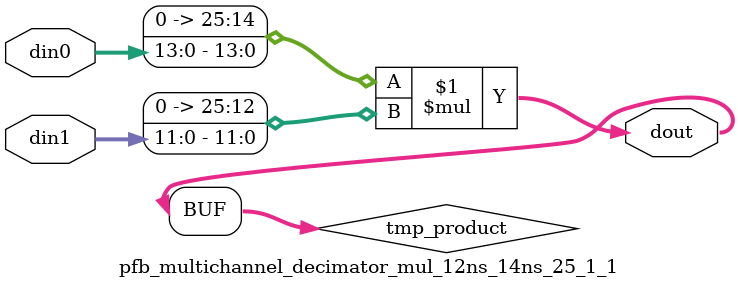
<source format=v>

`timescale 1 ns / 1 ps

  module pfb_multichannel_decimator_mul_12ns_14ns_25_1_1(din0, din1, dout);
parameter ID = 1;
parameter NUM_STAGE = 0;
parameter din0_WIDTH = 14;
parameter din1_WIDTH = 12;
parameter dout_WIDTH = 26;

input [din0_WIDTH - 1 : 0] din0; 
input [din1_WIDTH - 1 : 0] din1; 
output [dout_WIDTH - 1 : 0] dout;

wire signed [dout_WIDTH - 1 : 0] tmp_product;










assign tmp_product = $signed({1'b0, din0}) * $signed({1'b0, din1});











assign dout = tmp_product;







endmodule

</source>
